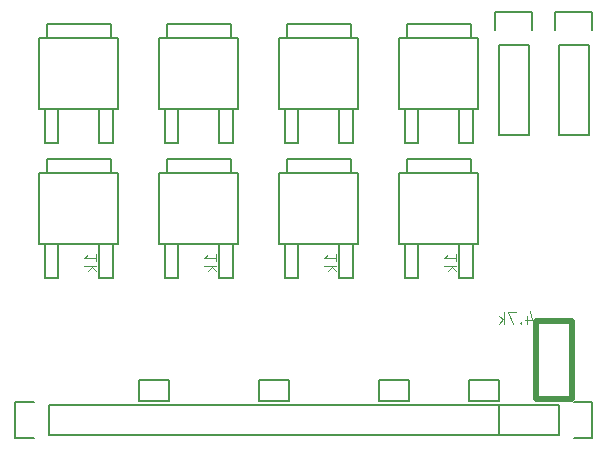
<source format=gbr>
G04 #@! TF.FileFunction,Legend,Bot*
%FSLAX46Y46*%
G04 Gerber Fmt 4.6, Leading zero omitted, Abs format (unit mm)*
G04 Created by KiCad (PCBNEW 4.0.7) date 01/30/18 18:32:40*
%MOMM*%
%LPD*%
G01*
G04 APERTURE LIST*
%ADD10C,0.100000*%
%ADD11C,0.150000*%
%ADD12C,0.500000*%
G04 APERTURE END LIST*
D10*
D11*
X11595100Y-6997700D02*
X11595100Y-5803900D01*
X11595100Y-5803900D02*
X6184900Y-5803900D01*
X6184900Y-5803900D02*
X6184900Y-7010400D01*
X7162800Y-13004800D02*
X7162800Y-15913100D01*
X6019800Y-15913100D02*
X6019800Y-13004800D01*
X7162800Y-15913100D02*
X6019800Y-15913100D01*
X11760200Y-15913100D02*
X10617200Y-15913100D01*
X10617200Y-15913100D02*
X10617200Y-13004800D01*
X11760200Y-13004800D02*
X11760200Y-15913100D01*
X5537200Y-13004800D02*
X5537200Y-7010400D01*
X5537200Y-7010400D02*
X12242800Y-7010400D01*
X12242800Y-7010400D02*
X12242800Y-13004800D01*
X5537200Y-13004800D02*
X12242800Y-13004800D01*
X11595100Y-18427700D02*
X11595100Y-17233900D01*
X11595100Y-17233900D02*
X6184900Y-17233900D01*
X6184900Y-17233900D02*
X6184900Y-18440400D01*
X7162800Y-24434800D02*
X7162800Y-27343100D01*
X6019800Y-27343100D02*
X6019800Y-24434800D01*
X7162800Y-27343100D02*
X6019800Y-27343100D01*
X11760200Y-27343100D02*
X10617200Y-27343100D01*
X10617200Y-27343100D02*
X10617200Y-24434800D01*
X11760200Y-24434800D02*
X11760200Y-27343100D01*
X5537200Y-24434800D02*
X5537200Y-18440400D01*
X5537200Y-18440400D02*
X12242800Y-18440400D01*
X12242800Y-18440400D02*
X12242800Y-24434800D01*
X5537200Y-24434800D02*
X12242800Y-24434800D01*
X21755100Y-6997700D02*
X21755100Y-5803900D01*
X21755100Y-5803900D02*
X16344900Y-5803900D01*
X16344900Y-5803900D02*
X16344900Y-7010400D01*
X17322800Y-13004800D02*
X17322800Y-15913100D01*
X16179800Y-15913100D02*
X16179800Y-13004800D01*
X17322800Y-15913100D02*
X16179800Y-15913100D01*
X21920200Y-15913100D02*
X20777200Y-15913100D01*
X20777200Y-15913100D02*
X20777200Y-13004800D01*
X21920200Y-13004800D02*
X21920200Y-15913100D01*
X15697200Y-13004800D02*
X15697200Y-7010400D01*
X15697200Y-7010400D02*
X22402800Y-7010400D01*
X22402800Y-7010400D02*
X22402800Y-13004800D01*
X15697200Y-13004800D02*
X22402800Y-13004800D01*
X21755100Y-18427700D02*
X21755100Y-17233900D01*
X21755100Y-17233900D02*
X16344900Y-17233900D01*
X16344900Y-17233900D02*
X16344900Y-18440400D01*
X17322800Y-24434800D02*
X17322800Y-27343100D01*
X16179800Y-27343100D02*
X16179800Y-24434800D01*
X17322800Y-27343100D02*
X16179800Y-27343100D01*
X21920200Y-27343100D02*
X20777200Y-27343100D01*
X20777200Y-27343100D02*
X20777200Y-24434800D01*
X21920200Y-24434800D02*
X21920200Y-27343100D01*
X15697200Y-24434800D02*
X15697200Y-18440400D01*
X15697200Y-18440400D02*
X22402800Y-18440400D01*
X22402800Y-18440400D02*
X22402800Y-24434800D01*
X15697200Y-24434800D02*
X22402800Y-24434800D01*
X6350000Y-38100000D02*
X44450000Y-38100000D01*
X44450000Y-38100000D02*
X44450000Y-40640000D01*
X44450000Y-40640000D02*
X6350000Y-40640000D01*
X3530000Y-40920000D02*
X5080000Y-40920000D01*
X6350000Y-40640000D02*
X6350000Y-38100000D01*
X5080000Y-37820000D02*
X3530000Y-37820000D01*
X3530000Y-37820000D02*
X3530000Y-40920000D01*
X31915100Y-6997700D02*
X31915100Y-5803900D01*
X31915100Y-5803900D02*
X26504900Y-5803900D01*
X26504900Y-5803900D02*
X26504900Y-7010400D01*
X27482800Y-13004800D02*
X27482800Y-15913100D01*
X26339800Y-15913100D02*
X26339800Y-13004800D01*
X27482800Y-15913100D02*
X26339800Y-15913100D01*
X32080200Y-15913100D02*
X30937200Y-15913100D01*
X30937200Y-15913100D02*
X30937200Y-13004800D01*
X32080200Y-13004800D02*
X32080200Y-15913100D01*
X25857200Y-13004800D02*
X25857200Y-7010400D01*
X25857200Y-7010400D02*
X32562800Y-7010400D01*
X32562800Y-7010400D02*
X32562800Y-13004800D01*
X25857200Y-13004800D02*
X32562800Y-13004800D01*
X31915100Y-18427700D02*
X31915100Y-17233900D01*
X31915100Y-17233900D02*
X26504900Y-17233900D01*
X26504900Y-17233900D02*
X26504900Y-18440400D01*
X27482800Y-24434800D02*
X27482800Y-27343100D01*
X26339800Y-27343100D02*
X26339800Y-24434800D01*
X27482800Y-27343100D02*
X26339800Y-27343100D01*
X32080200Y-27343100D02*
X30937200Y-27343100D01*
X30937200Y-27343100D02*
X30937200Y-24434800D01*
X32080200Y-24434800D02*
X32080200Y-27343100D01*
X25857200Y-24434800D02*
X25857200Y-18440400D01*
X25857200Y-18440400D02*
X32562800Y-18440400D01*
X32562800Y-18440400D02*
X32562800Y-24434800D01*
X25857200Y-24434800D02*
X32562800Y-24434800D01*
X42075100Y-6997700D02*
X42075100Y-5803900D01*
X42075100Y-5803900D02*
X36664900Y-5803900D01*
X36664900Y-5803900D02*
X36664900Y-7010400D01*
X37642800Y-13004800D02*
X37642800Y-15913100D01*
X36499800Y-15913100D02*
X36499800Y-13004800D01*
X37642800Y-15913100D02*
X36499800Y-15913100D01*
X42240200Y-15913100D02*
X41097200Y-15913100D01*
X41097200Y-15913100D02*
X41097200Y-13004800D01*
X42240200Y-13004800D02*
X42240200Y-15913100D01*
X36017200Y-13004800D02*
X36017200Y-7010400D01*
X36017200Y-7010400D02*
X42722800Y-7010400D01*
X42722800Y-7010400D02*
X42722800Y-13004800D01*
X36017200Y-13004800D02*
X42722800Y-13004800D01*
X42075100Y-18427700D02*
X42075100Y-17233900D01*
X42075100Y-17233900D02*
X36664900Y-17233900D01*
X36664900Y-17233900D02*
X36664900Y-18440400D01*
X37642800Y-24434800D02*
X37642800Y-27343100D01*
X36499800Y-27343100D02*
X36499800Y-24434800D01*
X37642800Y-27343100D02*
X36499800Y-27343100D01*
X42240200Y-27343100D02*
X41097200Y-27343100D01*
X41097200Y-27343100D02*
X41097200Y-24434800D01*
X42240200Y-24434800D02*
X42240200Y-27343100D01*
X36017200Y-24434800D02*
X36017200Y-18440400D01*
X36017200Y-18440400D02*
X42722800Y-18440400D01*
X42722800Y-18440400D02*
X42722800Y-24434800D01*
X36017200Y-24434800D02*
X42722800Y-24434800D01*
X13970000Y-35941000D02*
X16510000Y-35941000D01*
X16510000Y-37719000D02*
X13970000Y-37719000D01*
X16510000Y-37719000D02*
X16510000Y-35941000D01*
X13970000Y-35941000D02*
X13970000Y-37719000D01*
X24130000Y-35941000D02*
X26670000Y-35941000D01*
X26670000Y-37719000D02*
X24130000Y-37719000D01*
X26670000Y-37719000D02*
X26670000Y-35941000D01*
X24130000Y-35941000D02*
X24130000Y-37719000D01*
X34290000Y-35941000D02*
X36830000Y-35941000D01*
X36830000Y-37719000D02*
X34290000Y-37719000D01*
X36830000Y-37719000D02*
X36830000Y-35941000D01*
X34290000Y-35941000D02*
X34290000Y-37719000D01*
X44450000Y-37719000D02*
X41910000Y-37719000D01*
X41910000Y-35941000D02*
X44450000Y-35941000D01*
X41910000Y-35941000D02*
X41910000Y-37719000D01*
X44450000Y-37719000D02*
X44450000Y-35941000D01*
D12*
X47570000Y-37590000D02*
X50670000Y-37590000D01*
X47570000Y-30990000D02*
X50670000Y-30990000D01*
X50670000Y-30990000D02*
X50670000Y-37590000D01*
X47570000Y-30990000D02*
X47570000Y-37590000D01*
D11*
X49530000Y-40640000D02*
X44450000Y-40640000D01*
X44450000Y-40640000D02*
X44450000Y-38100000D01*
X44450000Y-38100000D02*
X49530000Y-38100000D01*
X52350000Y-37820000D02*
X50800000Y-37820000D01*
X49530000Y-38100000D02*
X49530000Y-40640000D01*
X50800000Y-40920000D02*
X52350000Y-40920000D01*
X52350000Y-40920000D02*
X52350000Y-37820000D01*
X46990000Y-7620000D02*
X46990000Y-15240000D01*
X44450000Y-7620000D02*
X44450000Y-15240000D01*
X44170000Y-4800000D02*
X44170000Y-6350000D01*
X46990000Y-15240000D02*
X44450000Y-15240000D01*
X44450000Y-7620000D02*
X46990000Y-7620000D01*
X47270000Y-6350000D02*
X47270000Y-4800000D01*
X47270000Y-4800000D02*
X44170000Y-4800000D01*
X52070000Y-7620000D02*
X52070000Y-15240000D01*
X49530000Y-7620000D02*
X49530000Y-15240000D01*
X49250000Y-4800000D02*
X49250000Y-6350000D01*
X52070000Y-15240000D02*
X49530000Y-15240000D01*
X49530000Y-7620000D02*
X52070000Y-7620000D01*
X52350000Y-6350000D02*
X52350000Y-4800000D01*
X52350000Y-4800000D02*
X49250000Y-4800000D01*
D10*
X10366381Y-25907905D02*
X10366381Y-25336476D01*
X10366381Y-25622190D02*
X9366381Y-25622190D01*
X9509238Y-25526952D01*
X9604476Y-25431714D01*
X9652095Y-25336476D01*
X10366381Y-26336476D02*
X9366381Y-26336476D01*
X9985429Y-26431714D02*
X10366381Y-26717429D01*
X9699714Y-26717429D02*
X10080667Y-26336476D01*
X20526381Y-25907905D02*
X20526381Y-25336476D01*
X20526381Y-25622190D02*
X19526381Y-25622190D01*
X19669238Y-25526952D01*
X19764476Y-25431714D01*
X19812095Y-25336476D01*
X20526381Y-26336476D02*
X19526381Y-26336476D01*
X20145429Y-26431714D02*
X20526381Y-26717429D01*
X19859714Y-26717429D02*
X20240667Y-26336476D01*
X30686381Y-25907905D02*
X30686381Y-25336476D01*
X30686381Y-25622190D02*
X29686381Y-25622190D01*
X29829238Y-25526952D01*
X29924476Y-25431714D01*
X29972095Y-25336476D01*
X30686381Y-26336476D02*
X29686381Y-26336476D01*
X30305429Y-26431714D02*
X30686381Y-26717429D01*
X30019714Y-26717429D02*
X30400667Y-26336476D01*
X40846381Y-25907905D02*
X40846381Y-25336476D01*
X40846381Y-25622190D02*
X39846381Y-25622190D01*
X39989238Y-25526952D01*
X40084476Y-25431714D01*
X40132095Y-25336476D01*
X40846381Y-26336476D02*
X39846381Y-26336476D01*
X40465429Y-26431714D02*
X40846381Y-26717429D01*
X40179714Y-26717429D02*
X40560667Y-26336476D01*
X46831333Y-30527714D02*
X46831333Y-31194381D01*
X47069429Y-30146762D02*
X47307524Y-30861048D01*
X46688476Y-30861048D01*
X46307524Y-31099143D02*
X46259905Y-31146762D01*
X46307524Y-31194381D01*
X46355143Y-31146762D01*
X46307524Y-31099143D01*
X46307524Y-31194381D01*
X45926572Y-30194381D02*
X45259905Y-30194381D01*
X45688477Y-31194381D01*
X44878953Y-31194381D02*
X44878953Y-30194381D01*
X44783715Y-30813429D02*
X44498000Y-31194381D01*
X44498000Y-30527714D02*
X44878953Y-30908667D01*
M02*

</source>
